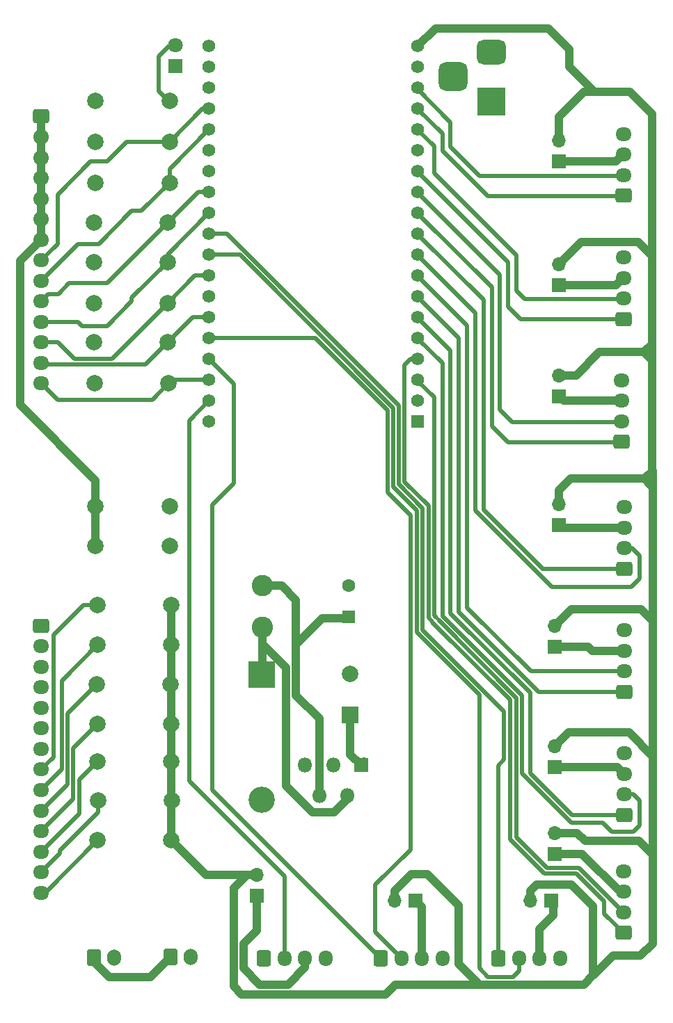
<source format=gbr>
%TF.GenerationSoftware,KiCad,Pcbnew,7.0.6*%
%TF.CreationDate,2023-07-24T15:49:13+01:00*%
%TF.ProjectId,new_board2,6e65775f-626f-4617-9264-322e6b696361,rev?*%
%TF.SameCoordinates,Original*%
%TF.FileFunction,Copper,L1,Top*%
%TF.FilePolarity,Positive*%
%FSLAX46Y46*%
G04 Gerber Fmt 4.6, Leading zero omitted, Abs format (unit mm)*
G04 Created by KiCad (PCBNEW 7.0.6) date 2023-07-24 15:49:13*
%MOMM*%
%LPD*%
G01*
G04 APERTURE LIST*
G04 Aperture macros list*
%AMRoundRect*
0 Rectangle with rounded corners*
0 $1 Rounding radius*
0 $2 $3 $4 $5 $6 $7 $8 $9 X,Y pos of 4 corners*
0 Add a 4 corners polygon primitive as box body*
4,1,4,$2,$3,$4,$5,$6,$7,$8,$9,$2,$3,0*
0 Add four circle primitives for the rounded corners*
1,1,$1+$1,$2,$3*
1,1,$1+$1,$4,$5*
1,1,$1+$1,$6,$7*
1,1,$1+$1,$8,$9*
0 Add four rect primitives between the rounded corners*
20,1,$1+$1,$2,$3,$4,$5,0*
20,1,$1+$1,$4,$5,$6,$7,0*
20,1,$1+$1,$6,$7,$8,$9,0*
20,1,$1+$1,$8,$9,$2,$3,0*%
G04 Aperture macros list end*
%TA.AperFunction,ComponentPad*%
%ADD10RoundRect,0.250000X0.725000X-0.600000X0.725000X0.600000X-0.725000X0.600000X-0.725000X-0.600000X0*%
%TD*%
%TA.AperFunction,ComponentPad*%
%ADD11O,1.950000X1.700000*%
%TD*%
%TA.AperFunction,ComponentPad*%
%ADD12O,1.700000X1.950000*%
%TD*%
%TA.AperFunction,ComponentPad*%
%ADD13RoundRect,0.250000X-0.600000X-0.725000X0.600000X-0.725000X0.600000X0.725000X-0.600000X0.725000X0*%
%TD*%
%TA.AperFunction,ComponentPad*%
%ADD14R,1.700000X1.700000*%
%TD*%
%TA.AperFunction,ComponentPad*%
%ADD15O,1.700000X1.700000*%
%TD*%
%TA.AperFunction,ComponentPad*%
%ADD16RoundRect,0.250000X-0.725000X0.600000X-0.725000X-0.600000X0.725000X-0.600000X0.725000X0.600000X0*%
%TD*%
%TA.AperFunction,ComponentPad*%
%ADD17C,2.000000*%
%TD*%
%TA.AperFunction,ComponentPad*%
%ADD18R,1.800000X1.800000*%
%TD*%
%TA.AperFunction,ComponentPad*%
%ADD19C,1.800000*%
%TD*%
%TA.AperFunction,ComponentPad*%
%ADD20RoundRect,0.250000X-0.600000X-0.750000X0.600000X-0.750000X0.600000X0.750000X-0.600000X0.750000X0*%
%TD*%
%TA.AperFunction,ComponentPad*%
%ADD21O,1.700000X2.000000*%
%TD*%
%TA.AperFunction,ComponentPad*%
%ADD22C,2.600000*%
%TD*%
%TA.AperFunction,ComponentPad*%
%ADD23R,1.600000X1.600000*%
%TD*%
%TA.AperFunction,ComponentPad*%
%ADD24C,1.600000*%
%TD*%
%TA.AperFunction,ComponentPad*%
%ADD25R,3.500000X3.500000*%
%TD*%
%TA.AperFunction,ComponentPad*%
%ADD26RoundRect,0.750000X-1.000000X0.750000X-1.000000X-0.750000X1.000000X-0.750000X1.000000X0.750000X0*%
%TD*%
%TA.AperFunction,ComponentPad*%
%ADD27RoundRect,0.875000X-0.875000X0.875000X-0.875000X-0.875000X0.875000X-0.875000X0.875000X0.875000X0*%
%TD*%
%TA.AperFunction,ComponentPad*%
%ADD28R,2.000000X2.000000*%
%TD*%
%TA.AperFunction,ComponentPad*%
%ADD29O,1.800000X1.800000*%
%TD*%
%TA.AperFunction,ComponentPad*%
%ADD30R,1.560000X1.560000*%
%TD*%
%TA.AperFunction,ComponentPad*%
%ADD31C,1.560000*%
%TD*%
%TA.AperFunction,ComponentPad*%
%ADD32R,3.200000X3.200000*%
%TD*%
%TA.AperFunction,ComponentPad*%
%ADD33O,3.200000X3.200000*%
%TD*%
%TA.AperFunction,Conductor*%
%ADD34C,1.000000*%
%TD*%
%TA.AperFunction,Conductor*%
%ADD35C,0.500000*%
%TD*%
G04 APERTURE END LIST*
D10*
%TO.P,P13,1,Pin_1*%
%TO.N,A2-3*%
X211800000Y-151900000D03*
D11*
%TO.P,P13,2,Pin_2*%
%TO.N,A2-4*%
X211800000Y-149400000D03*
%TO.P,P13,3,Pin_3*%
%TO.N,Net-(P13-Pin_3)*%
X211800000Y-146900000D03*
%TO.P,P13,4,Pin_4*%
%TO.N,GND*%
X211800000Y-144400000D03*
%TD*%
D10*
%TO.P,P16,1,Pin_1*%
%TO.N,I2C_2-3*%
X211800000Y-77150000D03*
D11*
%TO.P,P16,2,Pin_2*%
%TO.N,I2C_2-4*%
X211800000Y-74650000D03*
%TO.P,P16,3,Pin_3*%
%TO.N,Net-(P16-Pin_3)*%
X211800000Y-72150000D03*
%TO.P,P16,4,Pin_4*%
%TO.N,GND*%
X211800000Y-69650000D03*
%TD*%
D10*
%TO.P,P15,1,Pin_1*%
%TO.N,I2C_1-3*%
X211800000Y-62150000D03*
D11*
%TO.P,P15,2,Pin_2*%
%TO.N,I2C_1-4*%
X211800000Y-59650000D03*
%TO.P,P15,3,Pin_3*%
%TO.N,Net-(P15-Pin_3)*%
X211800000Y-57150000D03*
%TO.P,P15,4,Pin_4*%
%TO.N,GND*%
X211800000Y-54650000D03*
%TD*%
D10*
%TO.P,P14,1,Pin_1*%
%TO.N,A3-3*%
X211900000Y-122550000D03*
D11*
%TO.P,P14,2,Pin_2*%
%TO.N,A3-4*%
X211900000Y-120050000D03*
%TO.P,P14,3,Pin_3*%
%TO.N,Net-(P14-Pin_3)*%
X211900000Y-117550000D03*
%TO.P,P14,4,Pin_4*%
%TO.N,GND*%
X211900000Y-115050000D03*
%TD*%
D10*
%TO.P,P12,1,Pin_1*%
%TO.N,D8-3*%
X211900000Y-107550000D03*
D11*
%TO.P,P12,2,Pin_2*%
%TO.N,D8-4*%
X211900000Y-105050000D03*
%TO.P,P12,3,Pin_3*%
%TO.N,Net-(P12-Pin_3)*%
X211900000Y-102550000D03*
%TO.P,P12,4,Pin_4*%
%TO.N,GND*%
X211900000Y-100050000D03*
%TD*%
D12*
%TO.P,P11,4,Pin_4*%
%TO.N,GND*%
X175600000Y-155000000D03*
%TO.P,P11,3,Pin_3*%
%TO.N,Net-(P11-Pin_3)*%
X173100000Y-155000000D03*
%TO.P,P11,2,Pin_2*%
%TO.N,D6-4*%
X170600000Y-155000000D03*
D13*
%TO.P,P11,1,Pin_1*%
%TO.N,unconnected-(P11-Pin_1-Pad1)*%
X168100000Y-155000000D03*
%TD*%
D12*
%TO.P,P10,4,Pin_4*%
%TO.N,GND*%
X204100000Y-155000000D03*
%TO.P,P10,3,Pin_3*%
%TO.N,Net-(P10-Pin_3)*%
X201600000Y-155000000D03*
%TO.P,P10,2,Pin_2*%
%TO.N,D4-4*%
X199100000Y-155000000D03*
D13*
%TO.P,P10,1,Pin_1*%
%TO.N,D4-3*%
X196600000Y-155000000D03*
%TD*%
D12*
%TO.P,P8,4,Pin_4*%
%TO.N,GND*%
X189800000Y-155000000D03*
%TO.P,P8,3,Pin_3*%
%TO.N,Net-(P19-Pin_1)*%
X187300000Y-155000000D03*
%TO.P,P8,2,Pin_2*%
%TO.N,RX*%
X184800000Y-155000000D03*
D13*
%TO.P,P8,1,Pin_1*%
%TO.N,TX*%
X182300000Y-155000000D03*
%TD*%
D10*
%TO.P,P7,1,Pin_1*%
%TO.N,A1-3*%
X211900000Y-137550000D03*
D11*
%TO.P,P7,2,Pin_2*%
%TO.N,A1-4*%
X211900000Y-135050000D03*
%TO.P,P7,3,Pin_3*%
%TO.N,Net-(P22-Pin_1)*%
X211900000Y-132550000D03*
%TO.P,P7,4,Pin_4*%
%TO.N,GND*%
X211900000Y-130050000D03*
%TD*%
D10*
%TO.P,P6,1,Pin_1*%
%TO.N,D7-3*%
X211600000Y-92100000D03*
D11*
%TO.P,P6,2,Pin_2*%
%TO.N,D7-4*%
X211600000Y-89600000D03*
%TO.P,P6,3,Pin_3*%
%TO.N,Net-(P3-Pin_1)*%
X211600000Y-87100000D03*
%TO.P,P6,4,Pin_4*%
%TO.N,GND*%
X211600000Y-84600000D03*
%TD*%
D14*
%TO.P,P22,1,Pin_1*%
%TO.N,Net-(P22-Pin_1)*%
X203475000Y-131750000D03*
D15*
%TO.P,P22,2,Pin_2*%
%TO.N,+5V*%
X203475000Y-129210000D03*
%TD*%
D14*
%TO.P,P21,1,Pin_1*%
%TO.N,Net-(P13-Pin_3)*%
X203475000Y-142250000D03*
D15*
%TO.P,P21,2,Pin_2*%
%TO.N,+5V*%
X203475000Y-139710000D03*
%TD*%
D14*
%TO.P,P20,1,Pin_1*%
%TO.N,Net-(P14-Pin_3)*%
X203500000Y-117040000D03*
D15*
%TO.P,P20,2,Pin_2*%
%TO.N,+5V*%
X203500000Y-114500000D03*
%TD*%
D14*
%TO.P,P19,1,Pin_1*%
%TO.N,Net-(P19-Pin_1)*%
X186540000Y-148000000D03*
D15*
%TO.P,P19,2,Pin_2*%
%TO.N,+5V*%
X184000000Y-148000000D03*
%TD*%
D14*
%TO.P,P18,1,Pin_1*%
%TO.N,Net-(P12-Pin_3)*%
X203975000Y-102250000D03*
D15*
%TO.P,P18,2,Pin_2*%
%TO.N,+5V*%
X203975000Y-99710000D03*
%TD*%
D14*
%TO.P,P17,1,Pin_1*%
%TO.N,Net-(P11-Pin_3)*%
X167200000Y-147400000D03*
D15*
%TO.P,P17,2,Pin_2*%
%TO.N,+5V*%
X167200000Y-144860000D03*
%TD*%
D14*
%TO.P,P9,1,Pin_1*%
%TO.N,Net-(P16-Pin_3)*%
X204000000Y-73000000D03*
D15*
%TO.P,P9,2,Pin_2*%
%TO.N,+5V*%
X204000000Y-70460000D03*
%TD*%
%TO.P,P5,2,Pin_2*%
%TO.N,+5V*%
X200500000Y-148000000D03*
D14*
%TO.P,P5,1,Pin_1*%
%TO.N,Net-(P10-Pin_3)*%
X203040000Y-148000000D03*
%TD*%
%TO.P,P4,1,Pin_1*%
%TO.N,Net-(P15-Pin_3)*%
X204000000Y-58000000D03*
D15*
%TO.P,P4,2,Pin_2*%
%TO.N,+5V*%
X204000000Y-55460000D03*
%TD*%
D14*
%TO.P,P3,1,Pin_1*%
%TO.N,Net-(P3-Pin_1)*%
X204000000Y-86540000D03*
D15*
%TO.P,P3,2,Pin_2*%
%TO.N,+5V*%
X204000000Y-84000000D03*
%TD*%
D16*
%TO.P,J7,1,Pin_1*%
%TO.N,GND*%
X141000000Y-114500000D03*
D11*
%TO.P,J7,2,Pin_2*%
X141000000Y-117000000D03*
%TO.P,J7,3,Pin_3*%
X141000000Y-119500000D03*
%TO.P,J7,4,Pin_4*%
X141000000Y-122000000D03*
%TO.P,J7,5,Pin_5*%
X141000000Y-124500000D03*
%TO.P,J7,6,Pin_6*%
X141000000Y-127000000D03*
%TO.P,J7,7,Pin_7*%
X141000000Y-129500000D03*
%TO.P,J7,8,Pin_8*%
%TO.N,Net-(J7-Pin_8)*%
X141000000Y-132000000D03*
%TO.P,J7,9,Pin_9*%
%TO.N,Net-(J7-Pin_9)*%
X141000000Y-134500000D03*
%TO.P,J7,10,Pin_10*%
%TO.N,Net-(J7-Pin_10)*%
X141000000Y-137000000D03*
%TO.P,J7,11,Pin_11*%
%TO.N,Net-(J7-Pin_11)*%
X141000000Y-139500000D03*
%TO.P,J7,12,Pin_12*%
%TO.N,Net-(J7-Pin_12)*%
X141000000Y-142000000D03*
%TO.P,J7,13,Pin_13*%
%TO.N,Net-(J7-Pin_13)*%
X141000000Y-144500000D03*
%TO.P,J7,14,Pin_14*%
%TO.N,Net-(J7-Pin_14)*%
X141000000Y-147000000D03*
%TD*%
%TO.P,J1,14,Pin_14*%
%TO.N,D6-3*%
X141000000Y-85000000D03*
%TO.P,J1,13,Pin_13*%
%TO.N,D5-4*%
X141000000Y-82500000D03*
%TO.P,J1,12,Pin_12*%
%TO.N,D5-3*%
X141000000Y-80000000D03*
%TO.P,J1,11,Pin_11*%
%TO.N,D3-4*%
X141000000Y-77500000D03*
%TO.P,J1,10,Pin_10*%
%TO.N,D3-3*%
X141000000Y-75000000D03*
%TO.P,J1,9,Pin_9*%
%TO.N,D1-4*%
X141000000Y-72500000D03*
%TO.P,J1,8,Pin_8*%
%TO.N,D1-3*%
X141000000Y-70000000D03*
%TO.P,J1,7,Pin_7*%
%TO.N,+3V3*%
X141000000Y-67500000D03*
%TO.P,J1,6,Pin_6*%
X141000000Y-65000000D03*
%TO.P,J1,5,Pin_5*%
X141000000Y-62500000D03*
%TO.P,J1,4,Pin_4*%
X141000000Y-60000000D03*
%TO.P,J1,3,Pin_3*%
X141000000Y-57500000D03*
%TO.P,J1,2,Pin_2*%
X141000000Y-55000000D03*
D16*
%TO.P,J1,1,Pin_1*%
X141000000Y-52500000D03*
%TD*%
D17*
%TO.P,R10,2*%
%TO.N,GND*%
X147600000Y-55600000D03*
%TO.P,R10,1*%
%TO.N,D1-3*%
X156600000Y-55600000D03*
%TD*%
%TO.P,R1,1*%
%TO.N,Net-(D1-A)*%
X156600000Y-50600000D03*
%TO.P,R1,2*%
%TO.N,+12V*%
X147600000Y-50600000D03*
%TD*%
D18*
%TO.P,D1,1,K*%
%TO.N,GND*%
X157300000Y-46390000D03*
D19*
%TO.P,D1,2,A*%
%TO.N,Net-(D1-A)*%
X157300000Y-43850000D03*
%TD*%
D17*
%TO.P,R3,1*%
%TO.N,+5V*%
X156850000Y-116840000D03*
%TO.P,R3,2*%
%TO.N,Net-(J7-Pin_9)*%
X147850000Y-116840000D03*
%TD*%
%TO.P,R5,1*%
%TO.N,+5V*%
X156900000Y-135802000D03*
%TO.P,R5,2*%
%TO.N,Net-(J7-Pin_13)*%
X147900000Y-135802000D03*
%TD*%
%TO.P,R16,1*%
%TO.N,D6-3*%
X156500000Y-85000000D03*
%TO.P,R16,2*%
%TO.N,GND*%
X147500000Y-85000000D03*
%TD*%
%TO.P,R12,1*%
%TO.N,D1-4*%
X156600000Y-60600000D03*
%TO.P,R12,2*%
%TO.N,GND*%
X147600000Y-60600000D03*
%TD*%
%TO.P,R2,1*%
%TO.N,+5V*%
X156800000Y-131052000D03*
%TO.P,R2,2*%
%TO.N,Net-(J7-Pin_12)*%
X147800000Y-131052000D03*
%TD*%
%TO.P,R13,1*%
%TO.N,D5-3*%
X156400000Y-75200000D03*
%TO.P,R13,2*%
%TO.N,GND*%
X147400000Y-75200000D03*
%TD*%
D20*
%TO.P,P1,1,Pin_1*%
%TO.N,+12V*%
X156700000Y-154850000D03*
D21*
%TO.P,P1,2,Pin_2*%
%TO.N,GND*%
X159200000Y-154850000D03*
%TD*%
D22*
%TO.P,L1,1,1*%
%TO.N,Net-(D2-K)*%
X167900000Y-114650000D03*
%TO.P,L1,2,2*%
%TO.N,+5V*%
X167900000Y-109650000D03*
%TD*%
D17*
%TO.P,R9,1*%
%TO.N,+3V3*%
X147600000Y-104800000D03*
%TO.P,R9,2*%
%TO.N,GND*%
X156600000Y-104800000D03*
%TD*%
D23*
%TO.P,C2,1*%
%TO.N,+5V*%
X178400000Y-113400000D03*
D24*
%TO.P,C2,2*%
%TO.N,GND*%
X178400000Y-109600000D03*
%TD*%
D17*
%TO.P,R6,1*%
%TO.N,+5V*%
X156718000Y-121666000D03*
%TO.P,R6,2*%
%TO.N,Net-(J7-Pin_10)*%
X147718000Y-121666000D03*
%TD*%
D25*
%TO.P,CON1,1*%
%TO.N,+12V*%
X195757500Y-50650000D03*
D26*
%TO.P,CON1,2*%
%TO.N,GND*%
X195757500Y-44650000D03*
D27*
%TO.P,CON1,3*%
X191057500Y-47650000D03*
%TD*%
D17*
%TO.P,R15,1*%
%TO.N,D5-4*%
X156400000Y-80000000D03*
%TO.P,R15,2*%
%TO.N,GND*%
X147400000Y-80000000D03*
%TD*%
D28*
%TO.P,C1,1*%
%TO.N,+12V*%
X178600000Y-125400000D03*
D17*
%TO.P,C1,2*%
%TO.N,GND*%
X178600000Y-120400000D03*
%TD*%
%TO.P,R7,1*%
%TO.N,+5V*%
X156850000Y-140628000D03*
%TO.P,R7,2*%
%TO.N,Net-(J7-Pin_14)*%
X147850000Y-140628000D03*
%TD*%
D18*
%TO.P,U1,1,VIN*%
%TO.N,+12V*%
X179900000Y-131450000D03*
D29*
%TO.P,U1,2,OUT*%
%TO.N,Net-(D2-K)*%
X178200000Y-135150000D03*
%TO.P,U1,3,GND*%
%TO.N,GND*%
X176500000Y-131450000D03*
%TO.P,U1,4,FB*%
%TO.N,+5V*%
X174800000Y-135150000D03*
%TO.P,U1,5,~{ON}/OFF*%
%TO.N,GND*%
X173100000Y-131450000D03*
%TD*%
D17*
%TO.P,R8,1*%
%TO.N,+5V*%
X156600000Y-100000000D03*
%TO.P,R8,2*%
%TO.N,+3V3*%
X147600000Y-100000000D03*
%TD*%
D20*
%TO.P,P2,1,Pin_1*%
%TO.N,+12V*%
X147400000Y-154900000D03*
D21*
%TO.P,P2,2,Pin_2*%
%TO.N,GND*%
X149900000Y-154900000D03*
%TD*%
D17*
%TO.P,R17,1*%
%TO.N,+5V*%
X156800000Y-111950000D03*
%TO.P,R17,2*%
%TO.N,Net-(J7-Pin_8)*%
X147800000Y-111950000D03*
%TD*%
%TO.P,R11,1*%
%TO.N,D3-4*%
X156400000Y-70200000D03*
%TO.P,R11,2*%
%TO.N,GND*%
X147400000Y-70200000D03*
%TD*%
%TO.P,R4,1*%
%TO.N,+5V*%
X156850000Y-126492000D03*
%TO.P,R4,2*%
%TO.N,Net-(J7-Pin_11)*%
X147850000Y-126492000D03*
%TD*%
D30*
%TO.P,U2,1,3V3*%
%TO.N,unconnected-(U2-3V3-Pad1)*%
X186800000Y-89670000D03*
D31*
%TO.P,U2,2,EN*%
%TO.N,unconnected-(U2-EN-Pad2)*%
X186800000Y-87130000D03*
%TO.P,U2,3,SENSOR_VP*%
%TO.N,A2-4*%
X186800000Y-84590000D03*
%TO.P,U2,4,SENSOR_VN*%
%TO.N,A2-3*%
X186800000Y-82050000D03*
%TO.P,U2,5,IO34*%
%TO.N,A1-4*%
X186800000Y-79510000D03*
%TO.P,U2,6,IO35*%
%TO.N,A1-3*%
X186800000Y-76970000D03*
%TO.P,U2,7,IO32*%
%TO.N,A3-3*%
X186800000Y-74430000D03*
%TO.P,U2,8,IO33*%
%TO.N,A3-4*%
X186800000Y-71890000D03*
%TO.P,U2,9,IO25*%
%TO.N,D8-4*%
X186800000Y-69350000D03*
%TO.P,U2,10,IO26*%
%TO.N,D8-3*%
X186800000Y-66810000D03*
%TO.P,U2,11,IO27*%
%TO.N,D7-4*%
X186800000Y-64270000D03*
%TO.P,U2,12,IO14*%
%TO.N,D7-3*%
X186800000Y-61730000D03*
%TO.P,U2,13,IO12*%
%TO.N,I2C_2-3*%
X186800000Y-59190000D03*
%TO.P,U2,14,GND1*%
%TO.N,GND*%
X186800000Y-56650000D03*
%TO.P,U2,15,IO13*%
%TO.N,I2C_2-4*%
X186800000Y-54110000D03*
%TO.P,U2,16,SD2*%
%TO.N,I2C_1-3*%
X186800000Y-51570000D03*
%TO.P,U2,17,SD3*%
%TO.N,I2C_1-4*%
X186800000Y-49030000D03*
%TO.P,U2,18,CMD*%
%TO.N,unconnected-(U2-CMD-Pad18)*%
X186800000Y-46490000D03*
%TO.P,U2,19,EXT_5V*%
%TO.N,+5V*%
X186800000Y-43950000D03*
%TO.P,U2,20,GND3*%
%TO.N,GND*%
X161400000Y-89670000D03*
%TO.P,U2,21,IO23*%
%TO.N,D6-4*%
X161400000Y-87130000D03*
%TO.P,U2,22,IO22*%
%TO.N,D6-3*%
X161400000Y-84590000D03*
%TO.P,U2,23,TXD0*%
%TO.N,TX*%
X161400000Y-82050000D03*
%TO.P,U2,24,RXD0*%
%TO.N,RX*%
X161400000Y-79510000D03*
%TO.P,U2,25,IO21*%
%TO.N,D5-4*%
X161400000Y-76970000D03*
%TO.P,U2,26,GND2*%
%TO.N,GND*%
X161400000Y-74430000D03*
%TO.P,U2,27,IO19*%
%TO.N,D5-3*%
X161400000Y-71890000D03*
%TO.P,U2,28,IO18*%
%TO.N,D4-4*%
X161400000Y-69350000D03*
%TO.P,U2,29,IO5*%
%TO.N,D4-3*%
X161400000Y-66810000D03*
%TO.P,U2,30,IO17*%
%TO.N,D3-4*%
X161400000Y-64270000D03*
%TO.P,U2,31,IO16*%
%TO.N,D3-3*%
X161400000Y-61730000D03*
%TO.P,U2,32,IO4*%
%TO.N,unconnected-(U2-IO4-Pad32)*%
X161400000Y-59190000D03*
%TO.P,U2,33,IO0*%
%TO.N,unconnected-(U2-IO0-Pad33)*%
X161400000Y-56650000D03*
%TO.P,U2,34,IO2*%
%TO.N,D1-4*%
X161400000Y-54110000D03*
%TO.P,U2,35,IO15*%
%TO.N,D1-3*%
X161400000Y-51570000D03*
%TO.P,U2,36,SD1*%
%TO.N,unconnected-(U2-SD1-Pad36)*%
X161400000Y-49030000D03*
%TO.P,U2,37,SD0*%
%TO.N,unconnected-(U2-SD0-Pad37)*%
X161400000Y-46490000D03*
%TO.P,U2,38,CLK*%
%TO.N,unconnected-(U2-CLK-Pad38)*%
X161400000Y-43950000D03*
%TD*%
D17*
%TO.P,R14,1*%
%TO.N,D3-3*%
X156400000Y-65400000D03*
%TO.P,R14,2*%
%TO.N,GND*%
X147400000Y-65400000D03*
%TD*%
D32*
%TO.P,D2,1,K*%
%TO.N,Net-(D2-K)*%
X167800000Y-120430000D03*
D33*
%TO.P,D2,2,A*%
%TO.N,GND*%
X167800000Y-135670000D03*
%TD*%
D34*
%TO.N,+5V*%
X215400000Y-153200000D02*
X215400000Y-142500000D01*
X210566000Y-154686000D02*
X213914000Y-154686000D01*
X213914000Y-154686000D02*
X215400000Y-153200000D01*
X208202000Y-157050000D02*
X210566000Y-154686000D01*
X208150000Y-157050000D02*
X208202000Y-157050000D01*
X205232000Y-46482000D02*
X205232000Y-44340000D01*
X205232000Y-44340000D02*
X202692000Y-41800000D01*
X188950000Y-41800000D02*
X202692000Y-41800000D01*
X208280000Y-49530000D02*
X205232000Y-46482000D01*
X208280000Y-49530000D02*
X207010000Y-49530000D01*
X212630000Y-49530000D02*
X208280000Y-49530000D01*
%TO.N,Net-(P15-Pin_3)*%
X210950000Y-58000000D02*
X211800000Y-57150000D01*
X204000000Y-58000000D02*
X210950000Y-58000000D01*
%TO.N,+5V*%
X208868000Y-81200000D02*
X214300000Y-81200000D01*
X204000000Y-84000000D02*
X206068000Y-84000000D01*
X206068000Y-84000000D02*
X208868000Y-81200000D01*
%TO.N,Net-(P3-Pin_1)*%
X204560000Y-87100000D02*
X204000000Y-86540000D01*
X211600000Y-87100000D02*
X204560000Y-87100000D01*
%TO.N,Net-(P12-Pin_3)*%
X204275000Y-102550000D02*
X203975000Y-102250000D01*
X211900000Y-102550000D02*
X204275000Y-102550000D01*
%TO.N,+5V*%
X203975000Y-98000000D02*
X205375000Y-96600000D01*
X203975000Y-99710000D02*
X203975000Y-98000000D01*
%TO.N,Net-(P16-Pin_3)*%
X210950000Y-73000000D02*
X211800000Y-72150000D01*
X204000000Y-73000000D02*
X210950000Y-73000000D01*
%TO.N,+5V*%
X213614000Y-67818000D02*
X206642000Y-67818000D01*
X206642000Y-67818000D02*
X204000000Y-70460000D01*
X215300000Y-69504000D02*
X213614000Y-67818000D01*
X215300000Y-70866000D02*
X215300000Y-69504000D01*
X215300000Y-70866000D02*
X215300000Y-73000000D01*
X215300000Y-67200000D02*
X215300000Y-70866000D01*
X204000000Y-52540000D02*
X204000000Y-55460000D01*
X207010000Y-49530000D02*
X204000000Y-52540000D01*
X213249000Y-50149000D02*
X212630000Y-49530000D01*
X213249000Y-50149000D02*
X214300000Y-51200000D01*
D35*
%TO.N,Net-(J7-Pin_14)*%
X141478000Y-147000000D02*
X141000000Y-147000000D01*
X147850000Y-140628000D02*
X141478000Y-147000000D01*
%TO.N,Net-(J7-Pin_13)*%
X143256000Y-142244000D02*
X141000000Y-144500000D01*
X143256000Y-141860213D02*
X143256000Y-142244000D01*
X147900000Y-137216213D02*
X143256000Y-141860213D01*
X147900000Y-135802000D02*
X147900000Y-137216213D01*
%TO.N,Net-(J7-Pin_12)*%
X145610000Y-137390000D02*
X141000000Y-142000000D01*
X145610000Y-133242000D02*
X145610000Y-137390000D01*
X147800000Y-131052000D02*
X145610000Y-133242000D01*
%TO.N,Net-(J7-Pin_11)*%
X144910000Y-129432000D02*
X144910000Y-135590000D01*
X147850000Y-126492000D02*
X144910000Y-129432000D01*
X144910000Y-135590000D02*
X141000000Y-139500000D01*
%TO.N,Net-(J7-Pin_10)*%
X144210000Y-133790000D02*
X141000000Y-137000000D01*
X144210000Y-125174000D02*
X144210000Y-133790000D01*
X147718000Y-121666000D02*
X144210000Y-125174000D01*
%TO.N,Net-(J7-Pin_9)*%
X143510000Y-131990000D02*
X141000000Y-134500000D01*
X147850000Y-116840000D02*
X143510000Y-121180000D01*
X143510000Y-121180000D02*
X143510000Y-131990000D01*
%TO.N,Net-(J7-Pin_8)*%
X142494000Y-115606000D02*
X146150000Y-111950000D01*
X142494000Y-130506000D02*
X142494000Y-115606000D01*
X141000000Y-132000000D02*
X142494000Y-130506000D01*
D34*
%TO.N,+3V3*%
X141000000Y-67500000D02*
X141000000Y-52500000D01*
X138430000Y-70070000D02*
X141000000Y-67500000D01*
X138430000Y-87630000D02*
X138430000Y-70070000D01*
X147600000Y-96800000D02*
X138430000Y-87630000D01*
X147600000Y-100000000D02*
X147600000Y-96800000D01*
D35*
%TO.N,RX*%
X181610000Y-146050000D02*
X181610000Y-151810000D01*
X185900000Y-101100000D02*
X185900000Y-141760000D01*
X183100000Y-98300000D02*
X185900000Y-101100000D01*
X183100000Y-88279900D02*
X183100000Y-98300000D01*
X174330100Y-79510000D02*
X183100000Y-88279900D01*
X181610000Y-151810000D02*
X184800000Y-155000000D01*
X161400000Y-79510000D02*
X174330100Y-79510000D01*
X185900000Y-141760000D02*
X181610000Y-146050000D01*
D34*
%TO.N,+5V*%
X186017919Y-144780000D02*
X184000000Y-146797919D01*
X194310000Y-158200000D02*
X191770000Y-155660000D01*
X184000000Y-146797919D02*
X184000000Y-148000000D01*
X191770000Y-148590000D02*
X187960000Y-144780000D01*
X194310000Y-158200000D02*
X193600000Y-158200000D01*
X187960000Y-144780000D02*
X186017919Y-144780000D01*
X207000000Y-158200000D02*
X194310000Y-158200000D01*
X191770000Y-155660000D02*
X191770000Y-148590000D01*
%TO.N,Net-(P19-Pin_1)*%
X187300000Y-148760000D02*
X186540000Y-148000000D01*
X187300000Y-155000000D02*
X187300000Y-148760000D01*
D35*
%TO.N,D4-4*%
X165160050Y-69350000D02*
X161400000Y-69350000D01*
X183800000Y-87989950D02*
X165160050Y-69350000D01*
X183800000Y-97579898D02*
X183800000Y-87989950D01*
X186700000Y-100479899D02*
X183800000Y-97579898D01*
X186700000Y-115299949D02*
X186700000Y-100479899D01*
X194310000Y-122909950D02*
X186700000Y-115299949D01*
X194310000Y-156210000D02*
X194310000Y-122909950D01*
X195350000Y-157250000D02*
X194310000Y-156210000D01*
X198350000Y-157250000D02*
X195350000Y-157250000D01*
X199100000Y-156500000D02*
X198350000Y-157250000D01*
X199100000Y-155000000D02*
X199100000Y-156500000D01*
%TO.N,D4-3*%
X196600000Y-131510000D02*
X196600000Y-155000000D01*
X197300000Y-130810000D02*
X196600000Y-131510000D01*
X187400000Y-115010000D02*
X197300000Y-124910000D01*
X184500000Y-87700000D02*
X184500000Y-97289949D01*
X187400000Y-100189949D02*
X187400000Y-115010000D01*
X197300000Y-124910000D02*
X197300000Y-130810000D01*
X184500000Y-97289949D02*
X187400000Y-100189949D01*
X163610000Y-66810000D02*
X184500000Y-87700000D01*
X161400000Y-66810000D02*
X163610000Y-66810000D01*
%TO.N,A2-4*%
X188800000Y-113210050D02*
X189100000Y-113510050D01*
%TO.N,A2-3*%
X188600000Y-114100000D02*
X188600000Y-114000000D01*
X198000000Y-123500000D02*
X188600000Y-114100000D01*
X202210050Y-144700000D02*
X198000000Y-140489950D01*
X198000000Y-140489950D02*
X198000000Y-123500000D01*
X206110050Y-144700000D02*
X202210050Y-144700000D01*
X209500000Y-149600000D02*
X209500000Y-148089950D01*
X209500000Y-148089950D02*
X206110050Y-144700000D01*
X211800000Y-151900000D02*
X209500000Y-149600000D01*
%TO.N,A2-4*%
X188800000Y-86700000D02*
X188800000Y-113210050D01*
X186800000Y-84700000D02*
X188800000Y-86700000D01*
X186800000Y-84620000D02*
X186800000Y-84700000D01*
X198800000Y-140300000D02*
X198800000Y-123289950D01*
X206400000Y-144000000D02*
X202500000Y-144000000D01*
X202500000Y-144000000D02*
X198800000Y-140300000D01*
X211800000Y-149400000D02*
X206400000Y-144000000D01*
X198800000Y-123289950D02*
X189300000Y-113789950D01*
%TO.N,A1-4*%
X189800000Y-82540000D02*
X186800000Y-79540000D01*
X199500000Y-123000000D02*
X189800000Y-113300000D01*
X199500000Y-132489950D02*
X199500000Y-123000000D01*
X205510050Y-138500000D02*
X199500000Y-132489950D01*
X189800000Y-113300000D02*
X189800000Y-82540000D01*
X209300000Y-138500000D02*
X205510050Y-138500000D01*
X209625000Y-138825000D02*
X209300000Y-138500000D01*
%TO.N,A1-3*%
X205550000Y-137550000D02*
X211900000Y-137550000D01*
X200500000Y-132500000D02*
X205550000Y-137550000D01*
X200500000Y-122660050D02*
X200500000Y-132500000D01*
X190800000Y-112960050D02*
X200500000Y-122660050D01*
D34*
%TO.N,+5V*%
X208150000Y-157050000D02*
X207000000Y-158200000D01*
X205500000Y-146000000D02*
X208150000Y-148650000D01*
X201297919Y-146000000D02*
X205500000Y-146000000D01*
X200500000Y-146797919D02*
X201297919Y-146000000D01*
X200500000Y-148000000D02*
X200500000Y-146797919D01*
X208150000Y-148650000D02*
X208150000Y-157050000D01*
%TO.N,Net-(P13-Pin_3)*%
X206750000Y-142250000D02*
X211400000Y-146900000D01*
X203475000Y-142250000D02*
X206750000Y-142250000D01*
X211400000Y-146900000D02*
X211800000Y-146900000D01*
%TO.N,Net-(P22-Pin_1)*%
X211100000Y-131750000D02*
X211900000Y-132550000D01*
X203475000Y-131750000D02*
X211100000Y-131750000D01*
%TO.N,+5V*%
X213700000Y-140700000D02*
X207200000Y-140700000D01*
X206210000Y-139710000D02*
X203475000Y-139710000D01*
X215400000Y-142400000D02*
X213700000Y-140700000D01*
X215400000Y-142500000D02*
X215400000Y-130500000D01*
X215400000Y-142500000D02*
X215400000Y-142400000D01*
X207200000Y-140700000D02*
X206210000Y-139710000D01*
X215400000Y-130400000D02*
X212500000Y-127500000D01*
X215400000Y-130500000D02*
X215400000Y-130400000D01*
X215400000Y-130500000D02*
X215400000Y-128600000D01*
X212500000Y-127500000D02*
X205185000Y-127500000D01*
X205185000Y-127500000D02*
X203475000Y-129210000D01*
X205500000Y-112500000D02*
X203500000Y-114500000D01*
X214000000Y-112500000D02*
X205500000Y-112500000D01*
X215400000Y-113900000D02*
X214000000Y-112500000D01*
X215400000Y-114000000D02*
X215400000Y-113900000D01*
X215400000Y-114000000D02*
X215400000Y-110100000D01*
X215400000Y-115200000D02*
X215400000Y-114000000D01*
%TO.N,Net-(P14-Pin_3)*%
X207540000Y-117040000D02*
X208050000Y-117550000D01*
X208050000Y-117550000D02*
X211900000Y-117550000D01*
X203500000Y-117040000D02*
X207540000Y-117040000D01*
D35*
%TO.N,A3-4*%
X200550000Y-120050000D02*
X211900000Y-120050000D01*
X192800000Y-112300000D02*
X200550000Y-120050000D01*
X192800000Y-77920000D02*
X192800000Y-112300000D01*
X186800000Y-71920000D02*
X192800000Y-77920000D01*
%TO.N,A3-3*%
X191800000Y-112800000D02*
X191800000Y-111500000D01*
X201550000Y-122550000D02*
X191800000Y-112800000D01*
X211900000Y-122550000D02*
X201550000Y-122550000D01*
X186800000Y-74460000D02*
X191800000Y-79460000D01*
X191800000Y-79460000D02*
X191800000Y-111950000D01*
D34*
%TO.N,+5V*%
X184100000Y-158200000D02*
X193600000Y-158200000D01*
X182900000Y-159400000D02*
X184100000Y-158200000D01*
X164400000Y-158400000D02*
X165400000Y-159400000D01*
X164400000Y-146457919D02*
X164400000Y-158400000D01*
X165400000Y-159400000D02*
X182900000Y-159400000D01*
X165997919Y-144860000D02*
X164400000Y-146457919D01*
X167200000Y-144860000D02*
X165997919Y-144860000D01*
X156800000Y-140600000D02*
X159600000Y-143400000D01*
X167200000Y-144860000D02*
X161060000Y-144860000D01*
X161060000Y-144860000D02*
X159600000Y-143400000D01*
D35*
%TO.N,D6-4*%
X159000000Y-133400000D02*
X170600000Y-145000000D01*
X170600000Y-145000000D02*
X170600000Y-155000000D01*
X159000000Y-89530000D02*
X159000000Y-133400000D01*
X161400000Y-87130000D02*
X159000000Y-89530000D01*
D34*
%TO.N,Net-(P11-Pin_3)*%
X171000000Y-158200000D02*
X173100000Y-156100000D01*
X167600000Y-158200000D02*
X171000000Y-158200000D01*
X173100000Y-156100000D02*
X173100000Y-155000000D01*
D35*
%TO.N,D6-3*%
X143000000Y-87000000D02*
X141000000Y-85000000D01*
X154500000Y-87000000D02*
X143000000Y-87000000D01*
X156500000Y-85000000D02*
X154500000Y-87000000D01*
%TO.N,D5-4*%
X141200000Y-82700000D02*
X141000000Y-82500000D01*
X153700000Y-82700000D02*
X141200000Y-82700000D01*
X156400000Y-80000000D02*
X153700000Y-82700000D01*
%TO.N,D5-3*%
X143000000Y-80000000D02*
X141000000Y-80000000D01*
X145000000Y-82000000D02*
X143000000Y-80000000D01*
X149600000Y-82000000D02*
X145000000Y-82000000D01*
X150200000Y-81400000D02*
X149600000Y-82000000D01*
%TO.N,D3-4*%
X145500000Y-77500000D02*
X141000000Y-77500000D01*
X146000000Y-78000000D02*
X145500000Y-77500000D01*
%TO.N,D3-3*%
X141850000Y-74150000D02*
X141000000Y-75000000D01*
X143050000Y-74150000D02*
X141850000Y-74150000D01*
%TO.N,D1-4*%
X148000000Y-68000000D02*
X145500000Y-68000000D01*
X152000000Y-64000000D02*
X148000000Y-68000000D01*
X145500000Y-68000000D02*
X141000000Y-72500000D01*
X156600000Y-60600000D02*
X153200000Y-64000000D01*
X153200000Y-64000000D02*
X152000000Y-64000000D01*
%TO.N,D1-3*%
X143000000Y-68000000D02*
X141000000Y-70000000D01*
X143000000Y-62000000D02*
X143000000Y-68000000D01*
X149000000Y-58000000D02*
X147000000Y-58000000D01*
X147000000Y-58000000D02*
X143000000Y-62000000D01*
X151400000Y-55600000D02*
X149000000Y-58000000D01*
X156600000Y-55600000D02*
X151400000Y-55600000D01*
D34*
%TO.N,+12V*%
X147400000Y-155400000D02*
X149300000Y-157300000D01*
X180300000Y-131050000D02*
X179900000Y-131450000D01*
X149300000Y-157300000D02*
X154250000Y-157300000D01*
X154250000Y-157300000D02*
X156700000Y-154850000D01*
X147400000Y-154900000D02*
X147400000Y-155400000D01*
X178600000Y-130150000D02*
X179900000Y-131450000D01*
X178600000Y-125400000D02*
X178600000Y-130150000D01*
%TO.N,+5V*%
X172000000Y-123000000D02*
X174800000Y-125800000D01*
X174800000Y-125800000D02*
X174800000Y-135150000D01*
X214300000Y-51200000D02*
X215300000Y-52200000D01*
X172000000Y-111400000D02*
X172000000Y-113400000D01*
X178400000Y-113400000D02*
X178400000Y-113600000D01*
X215300000Y-82200000D02*
X215300000Y-95500000D01*
X215300000Y-95500000D02*
X215400000Y-95600000D01*
X215300000Y-52200000D02*
X215300000Y-58200000D01*
X172000000Y-116800000D02*
X172000000Y-123000000D01*
X156800000Y-111950000D02*
X156800000Y-140600000D01*
X215400000Y-126100000D02*
X215400000Y-115200000D01*
X170200000Y-109650000D02*
X170250000Y-109650000D01*
X215400000Y-127600000D02*
X215400000Y-125600000D01*
X175200000Y-113600000D02*
X172000000Y-116800000D01*
X214400000Y-96600000D02*
X215100000Y-97300000D01*
X215400000Y-97600000D02*
X215400000Y-95600000D01*
X214400000Y-96600000D02*
X215400000Y-95600000D01*
X215300000Y-73000000D02*
X215300000Y-80200000D01*
X214400000Y-96600000D02*
X205375000Y-96600000D01*
X215300000Y-67200000D02*
X215300000Y-65200000D01*
X215400000Y-97600000D02*
X215400000Y-110100000D01*
X215300000Y-82200000D02*
X215300000Y-80200000D01*
X215100000Y-97300000D02*
X215400000Y-97600000D01*
X167900000Y-109650000D02*
X170200000Y-109650000D01*
X214300000Y-81200000D02*
X215300000Y-82200000D01*
X170250000Y-109650000D02*
X172000000Y-111400000D01*
X215300000Y-58200000D02*
X215300000Y-65200000D01*
X215300000Y-80200000D02*
X214300000Y-81200000D01*
X215400000Y-127600000D02*
X215400000Y-128600000D01*
X178400000Y-113600000D02*
X175200000Y-113600000D01*
X186800000Y-43950000D02*
X188950000Y-41800000D01*
X172000000Y-113400000D02*
X172000000Y-116800000D01*
D35*
%TO.N,Net-(D1-A)*%
X155300000Y-45200000D02*
X156565000Y-43935000D01*
X155300000Y-49450000D02*
X155300000Y-45200000D01*
X157300000Y-50700000D02*
X156550000Y-50700000D01*
X156565000Y-43935000D02*
X157300000Y-43935000D01*
X156550000Y-50700000D02*
X155300000Y-49450000D01*
D34*
%TO.N,Net-(D2-K)*%
X170800000Y-119600000D02*
X167900000Y-116700000D01*
X167900000Y-114650000D02*
X167900000Y-120330000D01*
X174000000Y-137200000D02*
X170800000Y-134000000D01*
X170800000Y-134000000D02*
X170800000Y-119600000D01*
X178200000Y-135150000D02*
X178200000Y-135600000D01*
X167900000Y-120330000D02*
X167800000Y-120430000D01*
X178200000Y-135600000D02*
X176600000Y-137200000D01*
X167900000Y-116700000D02*
X167900000Y-114650000D01*
X176600000Y-137200000D02*
X174000000Y-137200000D01*
%TO.N,+3V3*%
X147600000Y-100000000D02*
X147600000Y-104800000D01*
D35*
%TO.N,D5-4*%
X159430000Y-76970000D02*
X156400000Y-80000000D01*
X161400000Y-76970000D02*
X159430000Y-76970000D01*
X161400000Y-77000000D02*
X161400000Y-77100000D01*
%TO.N,D6-3*%
X156910000Y-84590000D02*
X156500000Y-85000000D01*
X161400000Y-84590000D02*
X156910000Y-84590000D01*
%TO.N,D1-3*%
X156600000Y-55600000D02*
X160630000Y-51570000D01*
X160630000Y-51570000D02*
X161400000Y-51570000D01*
%TO.N,D3-4*%
X161400000Y-64300000D02*
X161200000Y-64300000D01*
X156400000Y-70200000D02*
X152000000Y-74600000D01*
X161400000Y-64270000D02*
X156400000Y-69270000D01*
X152000000Y-74600000D02*
X152000000Y-75000000D01*
X152000000Y-75000000D02*
X149000000Y-78000000D01*
X156400000Y-69270000D02*
X156400000Y-70200000D01*
X149000000Y-78000000D02*
X146000000Y-78000000D01*
%TO.N,D1-4*%
X156600000Y-58910000D02*
X156600000Y-60600000D01*
X161400000Y-54110000D02*
X156600000Y-58910000D01*
%TO.N,D5-3*%
X159710000Y-71890000D02*
X156400000Y-75200000D01*
X161400000Y-71890000D02*
X159710000Y-71890000D01*
X156400000Y-75200000D02*
X150200000Y-81400000D01*
%TO.N,D3-3*%
X160070000Y-61730000D02*
X156400000Y-65400000D01*
X144400000Y-72800000D02*
X149000000Y-72800000D01*
X161400000Y-61730000D02*
X160070000Y-61730000D01*
X161400000Y-61760000D02*
X161240000Y-61760000D01*
X143050000Y-74150000D02*
X144400000Y-72800000D01*
X149000000Y-72800000D02*
X156400000Y-65400000D01*
%TO.N,Net-(J7-Pin_8)*%
X147800000Y-111950000D02*
X146150000Y-111950000D01*
%TO.N,D7-3*%
X198300000Y-89700000D02*
X211800000Y-89700000D01*
X196800000Y-71760000D02*
X196800000Y-88200000D01*
X196800000Y-88200000D02*
X198300000Y-89700000D01*
X186800000Y-61760000D02*
X196800000Y-71760000D01*
%TO.N,D7-4*%
X195800000Y-90200000D02*
X197800000Y-92200000D01*
X195800000Y-73300000D02*
X195800000Y-90200000D01*
X186800000Y-64300000D02*
X195800000Y-73300000D01*
X197800000Y-92200000D02*
X211800000Y-92200000D01*
%TO.N,A1-3*%
X186800000Y-77000000D02*
X190800000Y-81000000D01*
X190800000Y-81000000D02*
X190800000Y-112960050D01*
X211900000Y-137550000D02*
X211650000Y-137800000D01*
%TO.N,A1-4*%
X210400000Y-139600000D02*
X213000000Y-139600000D01*
X209625000Y-138800000D02*
X209625000Y-138825000D01*
X213050000Y-135050000D02*
X211900000Y-135050000D01*
X209625000Y-138825000D02*
X210400000Y-139600000D01*
X213800000Y-135800000D02*
X213050000Y-135050000D01*
X213800000Y-138800000D02*
X213800000Y-135800000D01*
X213000000Y-139600000D02*
X213800000Y-138800000D01*
%TO.N,TX*%
X161400000Y-82050000D02*
X164400000Y-85050000D01*
X161800000Y-134500000D02*
X182300000Y-155000000D01*
X164400000Y-85050000D02*
X164400000Y-97200000D01*
X164400000Y-97200000D02*
X161800000Y-99800000D01*
X161800000Y-99800000D02*
X161800000Y-134500000D01*
%TO.N,D8-3*%
X194800000Y-74840000D02*
X194800000Y-100400000D01*
X201900000Y-107600000D02*
X202000000Y-107600000D01*
X202000000Y-107600000D02*
X211900000Y-107600000D01*
X194800000Y-100400000D02*
X202000000Y-107600000D01*
X194800000Y-74840000D02*
X186800000Y-66840000D01*
%TO.N,D8-4*%
X212850000Y-105050000D02*
X213800000Y-106000000D01*
X203110051Y-109800000D02*
X193800000Y-100489949D01*
X211900000Y-105050000D02*
X212850000Y-105050000D01*
X213800000Y-106000000D02*
X213800000Y-108800000D01*
X193800000Y-100489949D02*
X193800000Y-76380000D01*
X186800000Y-69380000D02*
X193800000Y-76380000D01*
X213800000Y-108800000D02*
X212800000Y-109800000D01*
X212800000Y-109800000D02*
X203110051Y-109800000D01*
%TO.N,A2-3*%
X188100000Y-113500000D02*
X188600000Y-114000000D01*
X185200000Y-82800000D02*
X185200000Y-97000000D01*
X188100000Y-99900000D02*
X188100000Y-113500000D01*
X185950000Y-82050000D02*
X185200000Y-82800000D01*
X186800000Y-82050000D02*
X185950000Y-82050000D01*
X185200000Y-97000000D02*
X188100000Y-99900000D01*
%TO.N,I2C_1-3*%
X195300000Y-62200000D02*
X211800000Y-62200000D01*
X186800000Y-51600000D02*
X189800000Y-54600000D01*
X189800000Y-54600000D02*
X189800000Y-56700000D01*
X189800000Y-56700000D02*
X195300000Y-62200000D01*
%TO.N,I2C_1-4*%
X194300000Y-59700000D02*
X211800000Y-59700000D01*
X186800000Y-49200000D02*
X190800000Y-53200000D01*
X190800000Y-56200000D02*
X194300000Y-59700000D01*
X186800000Y-49060000D02*
X186800000Y-49200000D01*
X190800000Y-53200000D02*
X190800000Y-56200000D01*
%TO.N,I2C_2-3*%
X211775000Y-77200000D02*
X199300000Y-77200000D01*
X197800000Y-75700000D02*
X197800000Y-70220000D01*
X197800000Y-70220000D02*
X186800000Y-59220000D01*
X199300000Y-77200000D02*
X197800000Y-75700000D01*
%TO.N,I2C_2-4*%
X211775000Y-74700000D02*
X199800000Y-74700000D01*
X199800000Y-74700000D02*
X198800000Y-73700000D01*
X188800000Y-59387500D02*
X188800000Y-56140000D01*
X198800000Y-73700000D02*
X198800000Y-69387500D01*
X198800000Y-69387500D02*
X188800000Y-59387500D01*
X188800000Y-56140000D02*
X186800000Y-54140000D01*
D34*
%TO.N,Net-(P10-Pin_3)*%
X201600000Y-155000000D02*
X201600000Y-151400000D01*
X201600000Y-151400000D02*
X203300000Y-149700000D01*
X203300000Y-149700000D02*
X203300000Y-147800000D01*
%TO.N,Net-(P11-Pin_3)*%
X167200000Y-147400000D02*
X167200000Y-151600000D01*
X165600000Y-153200000D02*
X165600000Y-156200000D01*
X165600000Y-156200000D02*
X167600000Y-158200000D01*
X167200000Y-151600000D02*
X165600000Y-153200000D01*
%TD*%
M02*

</source>
